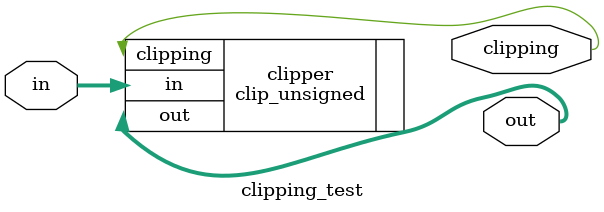
<source format=sv>

module clipping_test #(
) (
    input [31:0] in,
    output [15:0] out,
    output clipping
);

  clip_unsigned #(
      .INW (32),
      .OUTW(16)
  ) clipper (
      .in(in),
      .out(out),
      .clipping(clipping)
  );

endmodule

</source>
